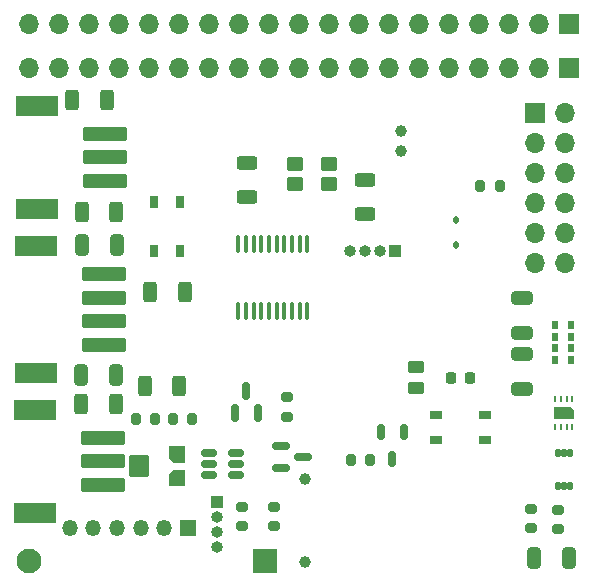
<source format=gts>
G04 #@! TF.GenerationSoftware,KiCad,Pcbnew,7.0.7*
G04 #@! TF.CreationDate,2024-01-04T14:31:22-05:00*
G04 #@! TF.ProjectId,sensor_node,73656e73-6f72-45f6-9e6f-64652e6b6963,rev?*
G04 #@! TF.SameCoordinates,Original*
G04 #@! TF.FileFunction,Soldermask,Top*
G04 #@! TF.FilePolarity,Negative*
%FSLAX46Y46*%
G04 Gerber Fmt 4.6, Leading zero omitted, Abs format (unit mm)*
G04 Created by KiCad (PCBNEW 7.0.7) date 2024-01-04 14:31:22*
%MOMM*%
%LPD*%
G01*
G04 APERTURE LIST*
G04 Aperture macros list*
%AMRoundRect*
0 Rectangle with rounded corners*
0 $1 Rounding radius*
0 $2 $3 $4 $5 $6 $7 $8 $9 X,Y pos of 4 corners*
0 Add a 4 corners polygon primitive as box body*
4,1,4,$2,$3,$4,$5,$6,$7,$8,$9,$2,$3,0*
0 Add four circle primitives for the rounded corners*
1,1,$1+$1,$2,$3*
1,1,$1+$1,$4,$5*
1,1,$1+$1,$6,$7*
1,1,$1+$1,$8,$9*
0 Add four rect primitives between the rounded corners*
20,1,$1+$1,$2,$3,$4,$5,0*
20,1,$1+$1,$4,$5,$6,$7,0*
20,1,$1+$1,$6,$7,$8,$9,0*
20,1,$1+$1,$8,$9,$2,$3,0*%
%AMFreePoly0*
4,1,6,0.500000,-0.850000,-0.500000,-0.850000,-0.500000,0.550000,-0.200000,0.850000,0.500000,0.850000,0.500000,-0.850000,0.500000,-0.850000,$1*%
G04 Aperture macros list end*
%ADD10RoundRect,0.250000X-0.625000X0.312500X-0.625000X-0.312500X0.625000X-0.312500X0.625000X0.312500X0*%
%ADD11RoundRect,0.150000X0.150000X-0.587500X0.150000X0.587500X-0.150000X0.587500X-0.150000X-0.587500X0*%
%ADD12RoundRect,0.250000X0.650000X-0.325000X0.650000X0.325000X-0.650000X0.325000X-0.650000X-0.325000X0*%
%ADD13RoundRect,0.250000X0.325000X0.650000X-0.325000X0.650000X-0.325000X-0.650000X0.325000X-0.650000X0*%
%ADD14RoundRect,0.250000X-0.312500X-0.625000X0.312500X-0.625000X0.312500X0.625000X-0.312500X0.625000X0*%
%ADD15RoundRect,0.200000X0.200000X0.275000X-0.200000X0.275000X-0.200000X-0.275000X0.200000X-0.275000X0*%
%ADD16RoundRect,0.102000X1.750000X-0.500000X1.750000X0.500000X-1.750000X0.500000X-1.750000X-0.500000X0*%
%ADD17RoundRect,0.102000X1.700000X-0.750000X1.700000X0.750000X-1.700000X0.750000X-1.700000X-0.750000X0*%
%ADD18C,1.000000*%
%ADD19RoundRect,0.102000X0.125000X-0.275000X0.125000X0.275000X-0.125000X0.275000X-0.125000X-0.275000X0*%
%ADD20RoundRect,0.200000X-0.275000X0.200000X-0.275000X-0.200000X0.275000X-0.200000X0.275000X0.200000X0*%
%ADD21R,1.000000X1.000000*%
%ADD22O,1.000000X1.000000*%
%ADD23RoundRect,0.200000X0.275000X-0.200000X0.275000X0.200000X-0.275000X0.200000X-0.275000X-0.200000X0*%
%ADD24RoundRect,0.150000X-0.512500X-0.150000X0.512500X-0.150000X0.512500X0.150000X-0.512500X0.150000X0*%
%ADD25R,1.700000X1.700000*%
%ADD26O,1.700000X1.700000*%
%ADD27RoundRect,0.250000X-0.450000X0.262500X-0.450000X-0.262500X0.450000X-0.262500X0.450000X0.262500X0*%
%ADD28RoundRect,0.112500X0.112500X-0.187500X0.112500X0.187500X-0.112500X0.187500X-0.112500X-0.187500X0*%
%ADD29RoundRect,0.150000X-0.587500X-0.150000X0.587500X-0.150000X0.587500X0.150000X-0.587500X0.150000X0*%
%ADD30RoundRect,0.102000X-0.600000X-0.450000X0.600000X-0.450000X0.600000X0.450000X-0.600000X0.450000X0*%
%ADD31RoundRect,0.150000X-0.150000X0.512500X-0.150000X-0.512500X0.150000X-0.512500X0.150000X0.512500X0*%
%ADD32R,0.250000X0.550000*%
%ADD33FreePoly0,270.000000*%
%ADD34RoundRect,0.100000X0.100000X-0.637500X0.100000X0.637500X-0.100000X0.637500X-0.100000X-0.637500X0*%
%ADD35RoundRect,0.102000X0.750000X-0.800000X0.750000X0.800000X-0.750000X0.800000X-0.750000X-0.800000X0*%
%ADD36R,2.100000X2.100000*%
%ADD37C,2.100000*%
%ADD38RoundRect,0.250000X-0.650000X0.325000X-0.650000X-0.325000X0.650000X-0.325000X0.650000X0.325000X0*%
%ADD39R,0.600000X0.720000*%
%ADD40R,0.650000X1.050000*%
%ADD41RoundRect,0.250000X0.312500X0.625000X-0.312500X0.625000X-0.312500X-0.625000X0.312500X-0.625000X0*%
%ADD42RoundRect,0.250000X-0.325000X-0.650000X0.325000X-0.650000X0.325000X0.650000X-0.325000X0.650000X0*%
%ADD43R,1.350000X1.350000*%
%ADD44O,1.350000X1.350000*%
%ADD45RoundRect,0.218750X0.218750X0.256250X-0.218750X0.256250X-0.218750X-0.256250X0.218750X-0.256250X0*%
%ADD46R,1.050000X0.650000*%
G04 APERTURE END LIST*
G36*
X115250000Y-85200000D02*
G01*
X113850000Y-85200000D01*
X113850000Y-84200000D01*
X114250000Y-83800000D01*
X115250000Y-83800000D01*
X115250000Y-85200000D01*
G37*
G36*
X115250000Y-83200000D02*
G01*
X114250000Y-83200000D01*
X113850000Y-82800000D01*
X113850000Y-81800000D01*
X115250000Y-81800000D01*
X115250000Y-83200000D01*
G37*
D10*
X130470000Y-59250000D03*
X130470000Y-62175000D03*
D11*
X119458000Y-79000000D03*
X121358000Y-79000000D03*
X120408000Y-77125000D03*
D12*
X143770500Y-72225000D03*
X143770500Y-69275000D03*
D13*
X109375000Y-75750000D03*
X106425000Y-75750000D03*
D10*
X120470000Y-57825000D03*
X120470000Y-60750000D03*
D14*
X112275000Y-68750000D03*
X115200000Y-68750000D03*
D15*
X141845500Y-59750000D03*
X140195500Y-59750000D03*
D16*
X108350000Y-67250000D03*
X108350000Y-69250000D03*
X108350000Y-71250000D03*
X108350000Y-73250000D03*
D17*
X102600000Y-64900000D03*
X102600000Y-75600000D03*
D18*
X133470000Y-55150000D03*
X133470000Y-56850000D03*
D13*
X109425000Y-64750000D03*
X106475000Y-64750000D03*
D19*
X146770500Y-85150000D03*
X147270500Y-85150000D03*
X147770500Y-85150000D03*
X147770500Y-82400000D03*
X147270500Y-82400000D03*
X146770500Y-82400000D03*
D20*
X122770500Y-86925000D03*
X122770500Y-88575000D03*
D21*
X132970000Y-65250000D03*
D22*
X131700000Y-65250000D03*
X130430000Y-65250000D03*
X129160000Y-65250000D03*
D14*
X111808000Y-76750000D03*
X114733000Y-76750000D03*
D23*
X123858000Y-79325000D03*
X123858000Y-77675000D03*
D24*
X117258000Y-82350000D03*
X117258000Y-83300000D03*
X117258000Y-84250000D03*
X119533000Y-84250000D03*
X119533000Y-83300000D03*
X119533000Y-82350000D03*
D25*
X147710000Y-46050000D03*
D26*
X145170000Y-46050000D03*
X142630000Y-46050000D03*
X140090000Y-46050000D03*
X137550000Y-46050000D03*
X135010000Y-46050000D03*
X132470000Y-46050000D03*
X129930000Y-46050000D03*
X127390000Y-46050000D03*
X124850000Y-46050000D03*
X122310000Y-46050000D03*
X119770000Y-46050000D03*
X117230000Y-46050000D03*
X114690000Y-46050000D03*
X112150000Y-46050000D03*
X109610000Y-46050000D03*
X107070000Y-46050000D03*
X104530000Y-46050000D03*
X101990000Y-46050000D03*
D16*
X108400000Y-55350000D03*
X108400000Y-57350000D03*
X108400000Y-59350000D03*
D17*
X102650000Y-53000000D03*
X102650000Y-61700000D03*
D27*
X134770500Y-75087500D03*
X134770500Y-76912500D03*
D25*
X144880500Y-53630000D03*
D26*
X147420500Y-53630000D03*
X144880500Y-56170000D03*
X147420500Y-56170000D03*
X144880500Y-58710000D03*
X147420500Y-58710000D03*
X144880500Y-61250000D03*
X147420500Y-61250000D03*
X144880500Y-63790000D03*
X147420500Y-63790000D03*
X144880500Y-66330000D03*
X147420500Y-66330000D03*
D28*
X138144500Y-64800000D03*
X138144500Y-62700000D03*
D29*
X123333000Y-81800000D03*
X123333000Y-83700000D03*
X125208000Y-82750000D03*
D16*
X108300000Y-81100000D03*
X108300000Y-83100000D03*
X108300000Y-85100000D03*
D17*
X102550000Y-78750000D03*
X102550000Y-87450000D03*
D23*
X146770500Y-88825000D03*
X146770500Y-87175000D03*
D15*
X112695500Y-79500000D03*
X111045500Y-79500000D03*
D20*
X144520500Y-87100000D03*
X144520500Y-88750000D03*
D30*
X124570000Y-59600000D03*
X127370000Y-59600000D03*
X127370000Y-57900000D03*
X124570000Y-57900000D03*
D31*
X133720500Y-80612500D03*
X131820500Y-80612500D03*
X132770500Y-82887500D03*
D32*
X148020500Y-77825000D03*
X147520500Y-77825000D03*
X147020500Y-77825000D03*
X146520500Y-77825000D03*
X146520500Y-80175000D03*
X147020500Y-80175000D03*
X147520500Y-80175000D03*
X148020500Y-80175000D03*
D33*
X147270500Y-79000000D03*
D15*
X115845500Y-79500000D03*
X114195500Y-79500000D03*
D34*
X119720500Y-70398407D03*
X120370500Y-70398407D03*
X121020500Y-70398407D03*
X121670500Y-70398407D03*
X122320500Y-70398407D03*
X122970500Y-70398407D03*
X123620500Y-70398407D03*
X124270500Y-70398407D03*
X124920500Y-70398407D03*
X125570500Y-70398407D03*
X125570500Y-64673407D03*
X124920500Y-64673407D03*
X124270500Y-64673407D03*
X123620500Y-64673407D03*
X122970500Y-64673407D03*
X122320500Y-64673407D03*
X121670500Y-64673407D03*
X121020500Y-64673407D03*
X120370500Y-64673407D03*
X119720500Y-64673407D03*
D21*
X117950000Y-86500000D03*
D22*
X117950000Y-87770000D03*
X117950000Y-89040000D03*
X117950000Y-90310000D03*
D35*
X111300000Y-83500000D03*
D36*
X122000000Y-91500000D03*
D37*
X102000000Y-91500000D03*
D38*
X143770500Y-74000000D03*
X143770500Y-76950000D03*
D39*
X147920500Y-71585000D03*
X147920500Y-72555000D03*
X147920500Y-73525000D03*
X147920500Y-74495000D03*
X146520500Y-74495000D03*
X146520500Y-73525000D03*
X146520500Y-72555000D03*
X146520500Y-71585000D03*
D40*
X114775000Y-61175000D03*
X114775000Y-65325000D03*
X112625000Y-61175000D03*
X112625000Y-65325000D03*
D41*
X108612000Y-52500000D03*
X105687000Y-52500000D03*
D42*
X144770000Y-91250000D03*
X147720000Y-91250000D03*
D43*
X115450000Y-88750000D03*
D44*
X113450000Y-88750000D03*
X111450000Y-88750000D03*
X109450000Y-88750000D03*
X107450000Y-88750000D03*
X105450000Y-88750000D03*
D45*
X139308000Y-76000000D03*
X137733000Y-76000000D03*
D23*
X120020500Y-88575000D03*
X120020500Y-86925000D03*
D14*
X106437500Y-78250000D03*
X109362500Y-78250000D03*
D25*
X147700000Y-49800000D03*
D26*
X145160000Y-49800000D03*
X142620000Y-49800000D03*
X140080000Y-49800000D03*
X137540000Y-49800000D03*
X135000000Y-49800000D03*
X132460000Y-49800000D03*
X129920000Y-49800000D03*
X127380000Y-49800000D03*
X124840000Y-49800000D03*
X122300000Y-49800000D03*
X119760000Y-49800000D03*
X117220000Y-49800000D03*
X114680000Y-49800000D03*
X112140000Y-49800000D03*
X109600000Y-49800000D03*
X107060000Y-49800000D03*
X104520000Y-49800000D03*
X101980000Y-49800000D03*
D15*
X130920500Y-83000000D03*
X129270500Y-83000000D03*
D14*
X106487500Y-62000000D03*
X109412500Y-62000000D03*
D46*
X140595500Y-81325000D03*
X136445500Y-81325000D03*
X140595500Y-79175000D03*
X136445500Y-79175000D03*
D18*
X125412500Y-91600000D03*
X125412500Y-84600000D03*
M02*

</source>
